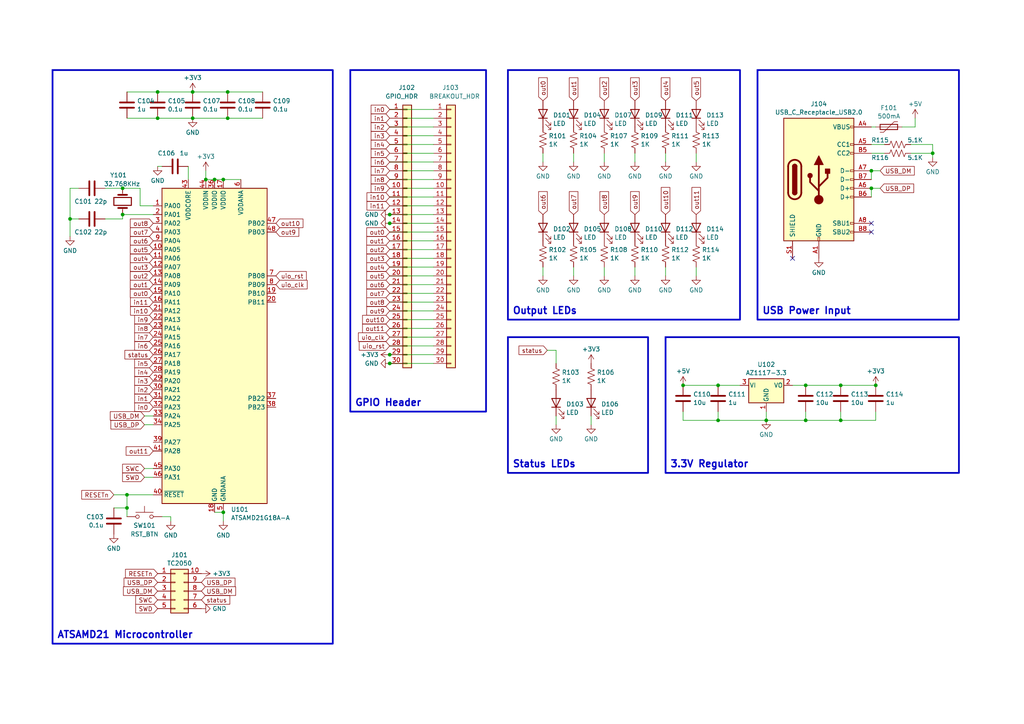
<source format=kicad_sch>
(kicad_sch (version 20230121) (generator eeschema)
  (paper "A4")
  (lib_symbols
    (symbol "Connector:USB_C_Receptacle_USB2.0" (pin_names (offset 1.016))
      (property "Reference" "J" (at -10.16 19.05 0))
      (property "Value" "USB_C_Receptacle_USB2.0" (at 19.05 19.05 0))
      (symbol "USB_C_Receptacle_USB2.0_1_1"
        (pin passive line (at 0 -22.86 90) (length 5.08) (name "GND") (number "A1"))
        (pin passive line (at 0 -22.86 90) (length 5.08) hide (name "GND") (number "A12"))
        (pin passive line (at 15.24 15.24 180) (length 5.08) (name "VBUS") (number "A4"))
        (pin bidirectional line (at 15.24 10.16 180) (length 5.08) (name "CC1") (number "A5"))
        (pin bidirectional line (at 15.24 -2.54 180) (length 5.08) (name "D+") (number "A6"))
        (pin bidirectional line (at 15.24 2.54 180) (length 5.08) (name "D-") (number "A7"))
        (pin bidirectional line (at 15.24 -12.7 180) (length 5.08) (name "SBU1") (number "A8"))
        (pin passive line (at 15.24 15.24 180) (length 5.08) hide (name "VBUS") (number "A9"))
        (pin passive line (at 0 -22.86 90) (length 5.08) hide (name "GND") (number "B1"))
        (pin passive line (at 0 -22.86 90) (length 5.08) hide (name "GND") (number "B12"))
        (pin passive line (at 15.24 15.24 180) (length 5.08) hide (name "VBUS") (number "B4"))
        (pin bidirectional line (at 15.24 7.62 180) (length 5.08) (name "CC2") (number "B5"))
        (pin bidirectional line (at 15.24 -5.08 180) (length 5.08) (name "D+") (number "B6"))
        (pin bidirectional line (at 15.24 0 180) (length 5.08) (name "D-") (number "B7"))
        (pin bidirectional line (at 15.24 -15.24 180) (length 5.08) (name "SBU2") (number "B8"))
        (pin passive line (at 15.24 15.24 180) (length 5.08) hide (name "VBUS") (number "B9"))
        (pin passive line (at -7.62 -22.86 90) (length 5.08) (name "SHIELD") (number "S1"))
      )
    )
    (symbol "Connector_Generic:Conn_01x30" (pin_names (offset 1.016) hide)
      (property "Reference" "J" (at 0 38.1 0))
      (property "Value" "Conn_01x30" (at 0 -40.64 0))
      (symbol "Conn_01x30_1_1"
        (pin passive line (at -5.08 35.56 0) (length 3.81) (name "Pin_1") (number "1"))
        (pin passive line (at -5.08 12.7 0) (length 3.81) (name "Pin_10") (number "10"))
        (pin passive line (at -5.08 10.16 0) (length 3.81) (name "Pin_11") (number "11"))
        (pin passive line (at -5.08 7.62 0) (length 3.81) (name "Pin_12") (number "12"))
        (pin passive line (at -5.08 5.08 0) (length 3.81) (name "Pin_13") (number "13"))
        (pin passive line (at -5.08 2.54 0) (length 3.81) (name "Pin_14") (number "14"))
        (pin passive line (at -5.08 0 0) (length 3.81) (name "Pin_15") (number "15"))
        (pin passive line (at -5.08 -2.54 0) (length 3.81) (name "Pin_16") (number "16"))
        (pin passive line (at -5.08 -5.08 0) (length 3.81) (name "Pin_17") (number "17"))
        (pin passive line (at -5.08 -7.62 0) (length 3.81) (name "Pin_18") (number "18"))
        (pin passive line (at -5.08 -10.16 0) (length 3.81) (name "Pin_19") (number "19"))
        (pin passive line (at -5.08 33.02 0) (length 3.81) (name "Pin_2") (number "2"))
        (pin passive line (at -5.08 -12.7 0) (length 3.81) (name "Pin_20") (number "20"))
        (pin passive line (at -5.08 -15.24 0) (length 3.81) (name "Pin_21") (number "21"))
        (pin passive line (at -5.08 -17.78 0) (length 3.81) (name "Pin_22") (number "22"))
        (pin passive line (at -5.08 -20.32 0) (length 3.81) (name "Pin_23") (number "23"))
        (pin passive line (at -5.08 -22.86 0) (length 3.81) (name "Pin_24") (number "24"))
        (pin passive line (at -5.08 -25.4 0) (length 3.81) (name "Pin_25") (number "25"))
        (pin passive line (at -5.08 -27.94 0) (length 3.81) (name "Pin_26") (number "26"))
        (pin passive line (at -5.08 -30.48 0) (length 3.81) (name "Pin_27") (number "27"))
        (pin passive line (at -5.08 -33.02 0) (length 3.81) (name "Pin_28") (number "28"))
        (pin passive line (at -5.08 -35.56 0) (length 3.81) (name "Pin_29") (number "29"))
        (pin passive line (at -5.08 30.48 0) (length 3.81) (name "Pin_3") (number "3"))
        (pin passive line (at -5.08 -38.1 0) (length 3.81) (name "Pin_30") (number "30"))
        (pin passive line (at -5.08 27.94 0) (length 3.81) (name "Pin_4") (number "4"))
        (pin passive line (at -5.08 25.4 0) (length 3.81) (name "Pin_5") (number "5"))
        (pin passive line (at -5.08 22.86 0) (length 3.81) (name "Pin_6") (number "6"))
        (pin passive line (at -5.08 20.32 0) (length 3.81) (name "Pin_7") (number "7"))
        (pin passive line (at -5.08 17.78 0) (length 3.81) (name "Pin_8") (number "8"))
        (pin passive line (at -5.08 15.24 0) (length 3.81) (name "Pin_9") (number "9"))
      )
    )
    (symbol "Connector_Generic:Conn_02x05_Counter_Clockwise" (pin_names (offset 1.016) hide)
      (property "Reference" "J" (at 1.27 7.62 0))
      (property "Value" "Conn_02x05_Counter_Clockwise" (at 1.27 -7.62 0))
      (symbol "Conn_02x05_Counter_Clockwise_1_1"
        (pin passive line (at -5.08 5.08 0) (length 3.81) (name "Pin_1") (number "1"))
        (pin passive line (at 7.62 5.08 180) (length 3.81) (name "Pin_10") (number "10"))
        (pin passive line (at -5.08 2.54 0) (length 3.81) (name "Pin_2") (number "2"))
        (pin passive line (at -5.08 0 0) (length 3.81) (name "Pin_3") (number "3"))
        (pin passive line (at -5.08 -2.54 0) (length 3.81) (name "Pin_4") (number "4"))
        (pin passive line (at -5.08 -5.08 0) (length 3.81) (name "Pin_5") (number "5"))
        (pin passive line (at 7.62 -5.08 180) (length 3.81) (name "Pin_6") (number "6"))
        (pin passive line (at 7.62 -2.54 180) (length 3.81) (name "Pin_7") (number "7"))
        (pin passive line (at 7.62 0 180) (length 3.81) (name "Pin_8") (number "8"))
        (pin passive line (at 7.62 2.54 180) (length 3.81) (name "Pin_9") (number "9"))
      )
    )
    (symbol "Device:C" (pin_numbers hide) (pin_names (offset 0.254))
      (property "Reference" "C" (at 0.635 2.54 0))
      (property "Value" "C" (at 0.635 -2.54 0))
      (symbol "C_1_1"
        (pin passive line (at 0 3.81 270) (length 2.794) (name "~") (number "1"))
        (pin passive line (at 0 -3.81 90) (length 2.794) (name "~") (number "2"))
      )
    )
    (symbol "Device:Crystal" (pin_numbers hide) (pin_names (offset 1.016) hide)
      (property "Reference" "Y" (at 0 3.81 0))
      (property "Value" "Crystal" (at 0 -3.81 0))
      (symbol "Crystal_1_1"
        (pin passive line (at -3.81 0 0) (length 1.27) (name "1") (number "1"))
        (pin passive line (at 3.81 0 180) (length 1.27) (name "2") (number "2"))
      )
    )
    (symbol "Device:LED" (pin_numbers hide) (pin_names (offset 1.016) hide)
      (property "Reference" "D" (at 0 2.54 0))
      (property "Value" "LED" (at 0 -2.54 0))
      (symbol "LED_1_1"
        (pin passive line (at -3.81 0 0) (length 2.54) (name "K") (number "1"))
        (pin passive line (at 3.81 0 180) (length 2.54) (name "A") (number "2"))
      )
    )
    (symbol "Device:Polyfuse" (pin_numbers hide) (pin_names (offset 0))
      (property "Reference" "F" (at -2.54 0 90))
      (property "Value" "Polyfuse" (at 2.54 0 90))
      (symbol "Polyfuse_1_1"
        (pin passive line (at 0 3.81 270) (length 1.27) (name "~") (number "1"))
        (pin passive line (at 0 -3.81 90) (length 1.27) (name "~") (number "2"))
      )
    )
    (symbol "Device:R_US" (pin_numbers hide) (pin_names (offset 0))
      (property "Reference" "R" (at 2.54 0 90))
      (property "Value" "R_US" (at -2.54 0 90))
      (symbol "R_US_1_1"
        (pin passive line (at 0 3.81 270) (length 1.27) (name "~") (number "1"))
        (pin passive line (at 0 -3.81 90) (length 1.27) (name "~") (number "2"))
      )
    )
    (symbol "MCU_Microchip_SAMD:ATSAMD21G18A-A"
      (property "Reference" "U" (at -13.97 46.99 0))
      (property "Value" "ATSAMD21G18A-A" (at 16.51 46.99 0))
      (symbol "ATSAMD21G18A-A_1_1"
        (pin bidirectional line (at -17.78 40.64 0) (length 2.54) (name "PA00") (number "1"))
        (pin bidirectional line (at -17.78 27.94 0) (length 2.54) (name "PA05") (number "10"))
        (pin bidirectional line (at -17.78 25.4 0) (length 2.54) (name "PA06") (number "11"))
        (pin bidirectional line (at -17.78 22.86 0) (length 2.54) (name "PA07") (number "12"))
        (pin bidirectional line (at -17.78 20.32 0) (length 2.54) (name "PA08") (number "13"))
        (pin bidirectional line (at -17.78 17.78 0) (length 2.54) (name "PA09") (number "14"))
        (pin bidirectional line (at -17.78 15.24 0) (length 2.54) (name "PA10") (number "15"))
        (pin bidirectional line (at -17.78 12.7 0) (length 2.54) (name "PA11") (number "16"))
        (pin power_in line (at 2.54 48.26 270) (length 2.54) (name "VDDIO") (number "17"))
        (pin power_in line (at 0 -48.26 90) (length 2.54) (name "GND") (number "18"))
        (pin bidirectional line (at 17.78 15.24 180) (length 2.54) (name "PB10") (number "19"))
        (pin bidirectional line (at -17.78 38.1 0) (length 2.54) (name "PA01") (number "2"))
        (pin bidirectional line (at 17.78 12.7 180) (length 2.54) (name "PB11") (number "20"))
        (pin bidirectional line (at -17.78 10.16 0) (length 2.54) (name "PA12") (number "21"))
        (pin bidirectional line (at -17.78 7.62 0) (length 2.54) (name "PA13") (number "22"))
        (pin bidirectional line (at -17.78 5.08 0) (length 2.54) (name "PA14") (number "23"))
        (pin bidirectional line (at -17.78 2.54 0) (length 2.54) (name "PA15") (number "24"))
        (pin bidirectional line (at -17.78 0 0) (length 2.54) (name "PA16") (number "25"))
        (pin bidirectional line (at -17.78 -2.54 0) (length 2.54) (name "PA17") (number "26"))
        (pin bidirectional line (at -17.78 -5.08 0) (length 2.54) (name "PA18") (number "27"))
        (pin bidirectional line (at -17.78 -7.62 0) (length 2.54) (name "PA19") (number "28"))
        (pin bidirectional line (at -17.78 -10.16 0) (length 2.54) (name "PA20") (number "29"))
        (pin bidirectional line (at -17.78 35.56 0) (length 2.54) (name "PA02") (number "3"))
        (pin bidirectional line (at -17.78 -12.7 0) (length 2.54) (name "PA21") (number "30"))
        (pin bidirectional line (at -17.78 -15.24 0) (length 2.54) (name "PA22") (number "31"))
        (pin bidirectional line (at -17.78 -17.78 0) (length 2.54) (name "PA23") (number "32"))
        (pin bidirectional line (at -17.78 -20.32 0) (length 2.54) (name "PA24") (number "33"))
        (pin bidirectional line (at -17.78 -22.86 0) (length 2.54) (name "PA25") (number "34"))
        (pin passive line (at 0 -48.26 90) (length 2.54) hide (name "GND") (number "35"))
        (pin power_in line (at 0 48.26 270) (length 2.54) (name "VDDIO") (number "36"))
        (pin bidirectional line (at 17.78 -15.24 180) (length 2.54) (name "PB22") (number "37"))
        (pin bidirectional line (at 17.78 -17.78 180) (length 2.54) (name "PB23") (number "38"))
        (pin bidirectional line (at -17.78 -27.94 0) (length 2.54) (name "PA27") (number "39"))
        (pin bidirectional line (at -17.78 33.02 0) (length 2.54) (name "PA03") (number "4"))
        (pin input line (at -17.78 -43.18 0) (length 2.54) (name "~{RESET}") (number "40"))
        (pin bidirectional line (at -17.78 -30.48 0) (length 2.54) (name "PA28") (number "41"))
        (pin passive line (at 0 -48.26 90) (length 2.54) hide (name "GND") (number "42"))
        (pin power_out line (at -7.62 48.26 270) (length 2.54) (name "VDDCORE") (number "43"))
        (pin power_in line (at -2.54 48.26 270) (length 2.54) (name "VDDIN") (number "44"))
        (pin bidirectional line (at -17.78 -35.56 0) (length 2.54) (name "PA30") (number "45"))
        (pin bidirectional line (at -17.78 -38.1 0) (length 2.54) (name "PA31") (number "46"))
        (pin bidirectional line (at 17.78 35.56 180) (length 2.54) (name "PB02") (number "47"))
        (pin bidirectional line (at 17.78 33.02 180) (length 2.54) (name "PB03") (number "48"))
        (pin power_in line (at 2.54 -48.26 90) (length 2.54) (name "GNDANA") (number "5"))
        (pin power_in line (at 7.62 48.26 270) (length 2.54) (name "VDDANA") (number "6"))
        (pin bidirectional line (at 17.78 20.32 180) (length 2.54) (name "PB08") (number "7"))
        (pin bidirectional line (at 17.78 17.78 180) (length 2.54) (name "PB09") (number "8"))
        (pin bidirectional line (at -17.78 30.48 0) (length 2.54) (name "PA04") (number "9"))
      )
    )
    (symbol "Regulator_Linear:AZ1117-3.3" (pin_names (offset 0.254))
      (property "Reference" "U" (at -3.81 3.175 0))
      (property "Value" "AZ1117-3.3" (at 0 3.175 0))
      (symbol "AZ1117-3.3_1_1"
        (pin power_in line (at 0 -7.62 90) (length 2.54) (name "GND") (number "1"))
        (pin power_out line (at 7.62 0 180) (length 2.54) (name "VO") (number "2"))
        (pin power_in line (at -7.62 0 0) (length 2.54) (name "VI") (number "3"))
      )
    )
    (symbol "Switch:SW_Push" (pin_numbers hide) (pin_names (offset 1.016) hide)
      (property "Reference" "SW" (at 1.27 2.54 0))
      (property "Value" "SW_Push" (at 0 -1.524 0))
      (symbol "SW_Push_0_1"
        (pin passive line (at -5.08 0 0) (length 2.54) (name "1") (number "1"))
        (pin passive line (at 5.08 0 180) (length 2.54) (name "2") (number "2"))
      )
    )
    (symbol "power:+3V3" (power) (pin_names (offset 0))
      (property "Value" "+3V3" (at 0 3.556 0))
      (symbol "+3V3_1_1"
        (pin power_in line (at 0 0 90) (length 0) hide (name "+3V3") (number "1"))
      )
    )
    (symbol "power:+5V" (power) (pin_names (offset 0))
      (property "Value" "+5V" (at 0 3.556 0))
      (symbol "+5V_1_1"
        (pin power_in line (at 0 0 90) (length 0) hide (name "+5V") (number "1"))
      )
    )
    (symbol "power:GND" (power) (pin_names (offset 0))
      (property "Value" "GND" (at 0 -3.81 0))
      (symbol "GND_1_1"
        (pin power_in line (at 0 0 270) (length 0) hide (name "GND") (number "1"))
      )
    )
  )
  (junction (at 243.84 121.92))
  (junction (at 35.56 62.23))
  (junction (at 113.03 62.23))
  (junction (at 233.68 121.92))
  (junction (at 113.03 102.87))
  (junction (at 254 111.76))
  (junction (at 66.04 34.29))
  (junction (at 59.69 52.07))
  (junction (at 252.73 49.53))
  (junction (at 113.03 105.41))
  (junction (at 45.72 26.67))
  (junction (at 45.72 34.29))
  (junction (at 198.12 111.76))
  (junction (at 36.83 147.32))
  (junction (at 270.51 44.45))
  (junction (at 113.03 64.77))
  (junction (at 243.84 111.76))
  (junction (at 66.04 26.67))
  (junction (at 36.83 143.51))
  (junction (at 64.77 148.59))
  (junction (at 233.68 111.76))
  (junction (at 55.88 34.29))
  (junction (at 252.73 54.61))
  (junction (at 208.28 111.76))
  (junction (at 20.32 63.5))
  (junction (at 35.56 54.61))
  (junction (at 222.25 121.92))
  (junction (at 55.88 26.67))
  (junction (at 64.77 52.07))
  (junction (at 208.28 121.92))
  (junction (at 62.23 52.07))
  (no_connect (at 252.73 64.77))
  (no_connect (at 229.87 74.93))
  (no_connect (at 252.73 67.31))
  (wire (pts (xy 208.28 119.38) (xy 208.28 121.92)))
  (wire (pts (xy 264.16 41.91) (xy 270.51 41.91)))
  (wire (pts (xy 201.93 44.45) (xy 201.93 46.99)))
  (wire (pts (xy 66.04 26.67) (xy 76.2 26.67)))
  (wire (pts (xy 175.26 44.45) (xy 175.26 46.99)))
  (wire (pts (xy 233.68 121.92) (xy 243.84 121.92)))
  (wire (pts (xy 41.91 123.19) (xy 44.45 123.19)))
  (wire (pts (xy 30.48 54.61) (xy 35.56 54.61)))
  (wire (pts (xy 252.73 49.53) (xy 255.27 49.53)))
  (wire (pts (xy 20.32 63.5) (xy 20.32 68.58)))
  (wire (pts (xy 35.56 63.5) (xy 30.48 63.5)))
  (wire (pts (xy 113.03 77.47) (xy 125.73 77.47)))
  (wire (pts (xy 252.73 36.83) (xy 254 36.83)))
  (wire (pts (xy 193.04 44.45) (xy 193.04 46.99)))
  (wire (pts (xy 54.61 48.26) (xy 54.61 52.07)))
  (wire (pts (xy 175.26 77.47) (xy 175.26 80.01)))
  (wire (pts (xy 222.25 121.92) (xy 233.68 121.92)))
  (wire (pts (xy 229.87 111.76) (xy 233.68 111.76)))
  (wire (pts (xy 35.56 62.23) (xy 35.56 63.5)))
  (wire (pts (xy 113.03 46.99) (xy 125.73 46.99)))
  (wire (pts (xy 113.03 95.25) (xy 125.73 95.25)))
  (wire (pts (xy 35.56 62.23) (xy 44.45 62.23)))
  (wire (pts (xy 166.37 44.45) (xy 166.37 46.99)))
  (wire (pts (xy 36.83 147.32) (xy 36.83 149.86)))
  (wire (pts (xy 252.73 41.91) (xy 256.54 41.91)))
  (wire (pts (xy 64.77 52.07) (xy 69.85 52.07)))
  (wire (pts (xy 44.45 59.69) (xy 40.64 59.69)))
  (wire (pts (xy 45.72 48.26) (xy 46.99 48.26)))
  (wire (pts (xy 252.73 49.53) (xy 252.73 52.07)))
  (wire (pts (xy 113.03 54.61) (xy 125.73 54.61)))
  (wire (pts (xy 113.03 52.07) (xy 125.73 52.07)))
  (wire (pts (xy 113.03 92.71) (xy 125.73 92.71)))
  (wire (pts (xy 113.03 57.15) (xy 125.73 57.15)))
  (wire (pts (xy 33.02 147.32) (xy 36.83 147.32)))
  (wire (pts (xy 41.91 135.89) (xy 44.45 135.89)))
  (wire (pts (xy 113.03 90.17) (xy 125.73 90.17)))
  (wire (pts (xy 113.03 80.01) (xy 125.73 80.01)))
  (wire (pts (xy 113.03 74.93) (xy 125.73 74.93)))
  (wire (pts (xy 208.28 111.76) (xy 214.63 111.76)))
  (wire (pts (xy 208.28 121.92) (xy 222.25 121.92)))
  (wire (pts (xy 166.37 77.47) (xy 166.37 80.01)))
  (wire (pts (xy 45.72 26.67) (xy 55.88 26.67)))
  (wire (pts (xy 193.04 77.47) (xy 193.04 80.01)))
  (wire (pts (xy 41.91 120.65) (xy 44.45 120.65)))
  (wire (pts (xy 36.83 143.51) (xy 36.83 147.32)))
  (wire (pts (xy 113.03 100.33) (xy 125.73 100.33)))
  (wire (pts (xy 62.23 52.07) (xy 64.77 52.07)))
  (wire (pts (xy 113.03 82.55) (xy 125.73 82.55)))
  (wire (pts (xy 270.51 44.45) (xy 270.51 45.72)))
  (wire (pts (xy 113.03 69.85) (xy 125.73 69.85)))
  (wire (pts (xy 59.69 52.07) (xy 62.23 52.07)))
  (wire (pts (xy 113.03 59.69) (xy 125.73 59.69)))
  (wire (pts (xy 33.02 143.51) (xy 36.83 143.51)))
  (wire (pts (xy 113.03 36.83) (xy 125.73 36.83)))
  (wire (pts (xy 171.45 120.65) (xy 171.45 123.19)))
  (wire (pts (xy 45.72 34.29) (xy 55.88 34.29)))
  (wire (pts (xy 158.75 101.6) (xy 161.29 101.6)))
  (wire (pts (xy 59.69 49.53) (xy 59.69 52.07)))
  (wire (pts (xy 113.03 62.23) (xy 125.73 62.23)))
  (wire (pts (xy 40.64 54.61) (xy 35.56 54.61)))
  (wire (pts (xy 41.91 138.43) (xy 44.45 138.43)))
  (wire (pts (xy 113.03 67.31) (xy 125.73 67.31)))
  (wire (pts (xy 222.25 121.92) (xy 222.25 119.38)))
  (wire (pts (xy 22.86 54.61) (xy 20.32 54.61)))
  (wire (pts (xy 46.99 149.86) (xy 49.53 149.86)))
  (wire (pts (xy 157.48 44.45) (xy 157.48 46.99)))
  (wire (pts (xy 113.03 31.75) (xy 125.73 31.75)))
  (wire (pts (xy 113.03 64.77) (xy 125.73 64.77)))
  (wire (pts (xy 55.88 34.29) (xy 66.04 34.29)))
  (wire (pts (xy 113.03 85.09) (xy 125.73 85.09)))
  (wire (pts (xy 49.53 149.86) (xy 49.53 151.13)))
  (wire (pts (xy 198.12 119.38) (xy 198.12 121.92)))
  (wire (pts (xy 113.03 87.63) (xy 125.73 87.63)))
  (wire (pts (xy 55.88 26.67) (xy 66.04 26.67)))
  (wire (pts (xy 198.12 111.76) (xy 208.28 111.76)))
  (wire (pts (xy 252.73 54.61) (xy 255.27 54.61)))
  (wire (pts (xy 62.23 148.59) (xy 64.77 148.59)))
  (wire (pts (xy 161.29 101.6) (xy 161.29 105.41)))
  (wire (pts (xy 261.62 36.83) (xy 265.43 36.83)))
  (wire (pts (xy 254 121.92) (xy 254 119.38)))
  (wire (pts (xy 113.03 44.45) (xy 125.73 44.45)))
  (wire (pts (xy 233.68 119.38) (xy 233.68 121.92)))
  (wire (pts (xy 161.29 120.65) (xy 161.29 123.19)))
  (wire (pts (xy 198.12 121.92) (xy 208.28 121.92)))
  (wire (pts (xy 243.84 111.76) (xy 254 111.76)))
  (wire (pts (xy 233.68 111.76) (xy 243.84 111.76)))
  (wire (pts (xy 252.73 44.45) (xy 256.54 44.45)))
  (wire (pts (xy 113.03 49.53) (xy 125.73 49.53)))
  (wire (pts (xy 184.15 44.45) (xy 184.15 46.99)))
  (wire (pts (xy 36.83 34.29) (xy 45.72 34.29)))
  (wire (pts (xy 20.32 54.61) (xy 20.32 63.5)))
  (wire (pts (xy 264.16 44.45) (xy 270.51 44.45)))
  (wire (pts (xy 201.93 77.47) (xy 201.93 80.01)))
  (wire (pts (xy 113.03 102.87) (xy 125.73 102.87)))
  (wire (pts (xy 265.43 34.29) (xy 265.43 36.83)))
  (wire (pts (xy 113.03 72.39) (xy 125.73 72.39)))
  (wire (pts (xy 243.84 121.92) (xy 254 121.92)))
  (wire (pts (xy 40.64 59.69) (xy 40.64 54.61)))
  (wire (pts (xy 113.03 105.41) (xy 125.73 105.41)))
  (wire (pts (xy 184.15 77.47) (xy 184.15 80.01)))
  (wire (pts (xy 36.83 26.67) (xy 45.72 26.67)))
  (wire (pts (xy 66.04 34.29) (xy 76.2 34.29)))
  (wire (pts (xy 64.77 148.59) (xy 64.77 151.13)))
  (wire (pts (xy 113.03 39.37) (xy 125.73 39.37)))
  (wire (pts (xy 243.84 121.92) (xy 243.84 119.38)))
  (wire (pts (xy 36.83 143.51) (xy 44.45 143.51)))
  (wire (pts (xy 113.03 41.91) (xy 125.73 41.91)))
  (wire (pts (xy 113.03 34.29) (xy 125.73 34.29)))
  (wire (pts (xy 157.48 77.47) (xy 157.48 80.01)))
  (wire (pts (xy 270.51 41.91) (xy 270.51 44.45)))
  (wire (pts (xy 20.32 63.5) (xy 22.86 63.5)))
  (wire (pts (xy 113.03 97.79) (xy 125.73 97.79)))
  (wire (pts (xy 252.73 54.61) (xy 252.73 57.15)))
  (rectangle (start 101.6 20.32) (end 140.97 119.38) (stroke (width 0.5)))
  (rectangle (start 193.04 97.79) (end 278.13 137.16) (stroke (width 0.5)))
  (rectangle (start 147.32 20.32) (end 214.63 92.71) (stroke (width 0.5)))
  (rectangle (start 15.24 20.32) (end 96.52 186.69) (stroke (width 0.5)))
  (rectangle (start 147.32 97.79) (end 187.96 137.16) (stroke (width 0.5)))
  (rectangle (start 219.71 20.32) (end 278.13 92.71) (stroke (width 0.5)))
  (text "3.3V Regulator" (at 194.31 135.89 0) (effects (font (size 2 2) (thickness 0.4) bold) (justify left bottom)))
  (text "Status LEDs" (at 148.59 135.89 0) (effects (font (size 2 2) (thickness 0.4) bold) (justify left bottom)))
  (text "Output LEDs" (at 148.59 91.44 0) (effects (font (size 2 2) (thickness 0.4) bold) (justify left bottom)))
  (text "USB Power Input" (at 220.98 91.44 0) (effects (font (size 2 2) (thickness 0.4) bold) (justify left bottom)))
  (text "ATSAMD21 Microcontroller" (at 16.51 185.42 0) (effects (font (size 2 2) (thickness 0.4) bold) (justify left bottom)))
  (text "GPIO Header" (at 102.87 118.11 0) (effects (font (size 2 2) (thickness 0.4) bold) (justify left bottom)))
  (global_label "in2" (shape input) (at 44.45 113.03 180) (property "Intersheetrefs" "${INTERSHEET_REFS}" (effects hide)))
  (global_label "status" (shape input) (at 158.75 101.6 180) (property "Intersheetrefs" "${INTERSHEET_REFS}" (effects hide)))
  (global_label "out11" (shape input) (at 113.03 95.25 180) (property "Intersheetrefs" "${INTERSHEET_REFS}" (effects hide)))
  (global_label "out10" (shape input) (at 193.04 62.23 90) (property "Intersheetrefs" "${INTERSHEET_REFS}" (effects hide)))
  (global_label "out3" (shape input) (at 184.15 29.21 90) (property "Intersheetrefs" "${INTERSHEET_REFS}" (effects hide)))
  (global_label "out0" (shape input) (at 44.45 85.09 180) (property "Intersheetrefs" "${INTERSHEET_REFS}" (effects hide)))
  (global_label "in6" (shape input) (at 44.45 100.33 180) (property "Intersheetrefs" "${INTERSHEET_REFS}" (effects hide)))
  (global_label "uio_rst" (shape input) (at 80.01 80.01 0) (property "Intersheetrefs" "${INTERSHEET_REFS}" (effects hide)))
  (global_label "SWD" (shape input) (at 41.91 138.43 180) (property "Intersheetrefs" "${INTERSHEET_REFS}" (effects hide)))
  (global_label "in11" (shape input) (at 113.03 59.69 180) (property "Intersheetrefs" "${INTERSHEET_REFS}" (effects hide)))
  (global_label "in0" (shape input) (at 113.03 31.75 180) (property "Intersheetrefs" "${INTERSHEET_REFS}" (effects hide)))
  (global_label "status" (shape input) (at 58.42 173.99 0) (property "Intersheetrefs" "${INTERSHEET_REFS}" (effects hide)))
  (global_label "out4" (shape input) (at 113.03 77.47 180) (property "Intersheetrefs" "${INTERSHEET_REFS}" (effects hide)))
  (global_label "in2" (shape input) (at 113.03 36.83 180) (property "Intersheetrefs" "${INTERSHEET_REFS}" (effects hide)))
  (global_label "in0" (shape input) (at 44.45 118.11 180) (property "Intersheetrefs" "${INTERSHEET_REFS}" (effects hide)))
  (global_label "out5" (shape input) (at 44.45 72.39 180) (property "Intersheetrefs" "${INTERSHEET_REFS}" (effects hide)))
  (global_label "in5" (shape input) (at 113.03 44.45 180) (property "Intersheetrefs" "${INTERSHEET_REFS}" (effects hide)))
  (global_label "out1" (shape input) (at 113.03 69.85 180) (property "Intersheetrefs" "${INTERSHEET_REFS}" (effects hide)))
  (global_label "out1" (shape input) (at 44.45 82.55 180) (property "Intersheetrefs" "${INTERSHEET_REFS}" (effects hide)))
  (global_label "out11" (shape input) (at 201.93 62.23 90) (property "Intersheetrefs" "${INTERSHEET_REFS}" (effects hide)))
  (global_label "USB_DM" (shape input) (at 255.27 49.53 0) (property "Intersheetrefs" "${INTERSHEET_REFS}" (effects hide)))
  (global_label "SWD" (shape input) (at 45.72 176.53 180) (property "Intersheetrefs" "${INTERSHEET_REFS}" (effects hide)))
  (global_label "out8" (shape input) (at 175.26 62.23 90) (property "Intersheetrefs" "${INTERSHEET_REFS}" (effects hide)))
  (global_label "in3" (shape input) (at 44.45 110.49 180) (property "Intersheetrefs" "${INTERSHEET_REFS}" (effects hide)))
  (global_label "in4" (shape input) (at 113.03 41.91 180) (property "Intersheetrefs" "${INTERSHEET_REFS}" (effects hide)))
  (global_label "out6" (shape input) (at 113.03 82.55 180) (property "Intersheetrefs" "${INTERSHEET_REFS}" (effects hide)))
  (global_label "out5" (shape input) (at 113.03 80.01 180) (property "Intersheetrefs" "${INTERSHEET_REFS}" (effects hide)))
  (global_label "out4" (shape input) (at 44.45 74.93 180) (property "Intersheetrefs" "${INTERSHEET_REFS}" (effects hide)))
  (global_label "status" (shape input) (at 44.45 102.87 180) (property "Intersheetrefs" "${INTERSHEET_REFS}" (effects hide)))
  (global_label "SWC" (shape input) (at 41.91 135.89 180) (property "Intersheetrefs" "${INTERSHEET_REFS}" (effects hide)))
  (global_label "out0" (shape input) (at 157.48 29.21 90) (property "Intersheetrefs" "${INTERSHEET_REFS}" (effects hide)))
  (global_label "USB_DP" (shape input) (at 41.91 123.19 180) (property "Intersheetrefs" "${INTERSHEET_REFS}" (effects hide)))
  (global_label "in8" (shape input) (at 113.03 52.07 180) (property "Intersheetrefs" "${INTERSHEET_REFS}" (effects hide)))
  (global_label "in10" (shape input) (at 113.03 57.15 180) (property "Intersheetrefs" "${INTERSHEET_REFS}" (effects hide)))
  (global_label "out10" (shape input) (at 80.01 64.77 0) (property "Intersheetrefs" "${INTERSHEET_REFS}" (effects hide)))
  (global_label "uio_rst" (shape input) (at 113.03 100.33 180) (property "Intersheetrefs" "${INTERSHEET_REFS}" (effects hide)))
  (global_label "RESETn" (shape input) (at 45.72 166.37 180) (property "Intersheetrefs" "${INTERSHEET_REFS}" (effects hide)))
  (global_label "in1" (shape input) (at 44.45 115.57 180) (property "Intersheetrefs" "${INTERSHEET_REFS}" (effects hide)))
  (global_label "out1" (shape input) (at 166.37 29.21 90) (property "Intersheetrefs" "${INTERSHEET_REFS}" (effects hide)))
  (global_label "out3" (shape input) (at 44.45 77.47 180) (property "Intersheetrefs" "${INTERSHEET_REFS}" (effects hide)))
  (global_label "out8" (shape input) (at 44.45 64.77 180) (property "Intersheetrefs" "${INTERSHEET_REFS}" (effects hide)))
  (global_label "out9" (shape input) (at 80.01 67.31 0) (property "Intersheetrefs" "${INTERSHEET_REFS}" (effects hide)))
  (global_label "out0" (shape input) (at 113.03 67.31 180) (property "Intersheetrefs" "${INTERSHEET_REFS}" (effects hide)))
  (global_label "out5" (shape input) (at 201.93 29.21 90) (property "Intersheetrefs" "${INTERSHEET_REFS}" (effects hide)))
  (global_label "in8" (shape input) (at 44.45 95.25 180) (property "Intersheetrefs" "${INTERSHEET_REFS}" (effects hide)))
  (global_label "uio_clk" (shape input) (at 80.01 82.55 0) (property "Intersheetrefs" "${INTERSHEET_REFS}" (effects hide)))
  (global_label "out8" (shape input) (at 113.03 87.63 180) (property "Intersheetrefs" "${INTERSHEET_REFS}" (effects hide)))
  (global_label "out7" (shape input) (at 113.03 85.09 180) (property "Intersheetrefs" "${INTERSHEET_REFS}" (effects hide)))
  (global_label "out9" (shape input) (at 184.15 62.23 90) (property "Intersheetrefs" "${INTERSHEET_REFS}" (effects hide)))
  (global_label "out3" (shape input) (at 113.03 74.93 180) (property "Intersheetrefs" "${INTERSHEET_REFS}" (effects hide)))
  (global_label "in1" (shape input) (at 113.03 34.29 180) (property "Intersheetrefs" "${INTERSHEET_REFS}" (effects hide)))
  (global_label "out10" (shape input) (at 113.03 92.71 180) (property "Intersheetrefs" "${INTERSHEET_REFS}" (effects hide)))
  (global_label "USB_DP" (shape input) (at 255.27 54.61 0) (property "Intersheetrefs" "${INTERSHEET_REFS}" (effects hide)))
  (global_label "USB_DP" (shape input) (at 58.42 168.91 0) (property "Intersheetrefs" "${INTERSHEET_REFS}" (effects hide)))
  (global_label "out6" (shape input) (at 44.45 69.85 180) (property "Intersheetrefs" "${INTERSHEET_REFS}" (effects hide)))
  (global_label "USB_DM" (shape input) (at 41.91 120.65 180) (property "Intersheetrefs" "${INTERSHEET_REFS}" (effects hide)))
  (global_label "out6" (shape input) (at 157.48 62.23 90) (property "Intersheetrefs" "${INTERSHEET_REFS}" (effects hide)))
  (global_label "out2" (shape input) (at 113.03 72.39 180) (property "Intersheetrefs" "${INTERSHEET_REFS}" (effects hide)))
  (global_label "USB_DM" (shape input) (at 58.42 171.45 0) (property "Intersheetrefs" "${INTERSHEET_REFS}" (effects hide)))
  (global_label "out4" (shape input) (at 193.04 29.21 90) (property "Intersheetrefs" "${INTERSHEET_REFS}" (effects hide)))
  (global_label "uio_clk" (shape input) (at 113.03 97.79 180) (property "Intersheetrefs" "${INTERSHEET_REFS}" (effects hide)))
  (global_label "in6" (shape input) (at 113.03 46.99 180) (property "Intersheetrefs" "${INTERSHEET_REFS}" (effects hide)))
  (global_label "out7" (shape input) (at 166.37 62.23 90) (property "Intersheetrefs" "${INTERSHEET_REFS}" (effects hide)))
  (global_label "out7" (shape input) (at 44.45 67.31 180) (property "Intersheetrefs" "${INTERSHEET_REFS}" (effects hide)))
  (global_label "in3" (shape input) (at 113.03 39.37 180) (property "Intersheetrefs" "${INTERSHEET_REFS}" (effects hide)))
  (global_label "in5" (shape input) (at 44.45 105.41 180) (property "Intersheetrefs" "${INTERSHEET_REFS}" (effects hide)))
  (global_label "in7" (shape input) (at 113.03 49.53 180) (property "Intersheetrefs" "${INTERSHEET_REFS}" (effects hide)))
  (global_label "in9" (shape input) (at 44.45 92.71 180) (property "Intersheetrefs" "${INTERSHEET_REFS}" (effects hide)))
  (global_label "in9" (shape input) (at 113.03 54.61 180) (property "Intersheetrefs" "${INTERSHEET_REFS}" (effects hide)))
  (global_label "SWC" (shape input) (at 45.72 173.99 180) (property "Intersheetrefs" "${INTERSHEET_REFS}" (effects hide)))
  (global_label "RESETn" (shape input) (at 33.02 143.51 180) (property "Intersheetrefs" "${INTERSHEET_REFS}" (effects hide)))
  (global_label "out2" (shape input) (at 175.26 29.21 90) (property "Intersheetrefs" "${INTERSHEET_REFS}" (effects hide)))
  (global_label "USB_DP" (shape input) (at 45.72 168.91 180) (property "Intersheetrefs" "${INTERSHEET_REFS}" (effects hide)))
  (global_label "out11" (shape input) (at 44.45 130.81 180) (property "Intersheetrefs" "${INTERSHEET_REFS}" (effects hide)))
  (global_label "in7" (shape input) (at 44.45 97.79 180) (property "Intersheetrefs" "${INTERSHEET_REFS}" (effects hide)))
  (global_label "out2" (shape input) (at 44.45 80.01 180) (property "Intersheetrefs" "${INTERSHEET_REFS}" (effects hide)))
  (global_label "in4" (shape input) (at 44.45 107.95 180) (property "Intersheetrefs" "${INTERSHEET_REFS}" (effects hide)))
  (global_label "in10" (shape input) (at 44.45 90.17 180) (property "Intersheetrefs" "${INTERSHEET_REFS}" (effects hide)))
  (global_label "USB_DM" (shape input) (at 45.72 171.45 180) (property "Intersheetrefs" "${INTERSHEET_REFS}" (effects hide)))
  (global_label "out9" (shape input) (at 113.03 90.17 180) (property "Intersheetrefs" "${INTERSHEET_REFS}" (effects hide)))
  (global_label "in11" (shape input) (at 44.45 87.63 180) (property "Intersheetrefs" "${INTERSHEET_REFS}" (effects hide)))
  (symbol (lib_id "power:GND") (at 201.93 46.99 0) (mirror y) (unit 1)
    (property "Reference" "#PWR0129" (effects hide))
    (property "Value" "GND" (at 201.93 51.1231 0))
  )
  (symbol (lib_id "Device:R_US") (at 157.48 73.66 0) (unit 1)
    (property "Reference" "R102" (at 159.131 72.4479 0) (effects (justify left)))
    (property "Value" "1K" (at 159.131 74.8721 0) (effects (justify left)))
    (property "Footprint" "Resistor_SMD:R_0805_2012Metric" (effects hide))
    (property "LCSC" "C17513" (effects hide))
  )
  (symbol (lib_id "power:GND") (at 166.37 46.99 0) (mirror y) (unit 1)
    (property "Reference" "#PWR0118" (effects hide))
    (property "Value" "GND" (at 166.37 51.1231 0))
  )
  (symbol (lib_id "Regulator_Linear:AZ1117-3.3") (at 222.25 111.76 0) (unit 1)
    (property "Reference" "U102" (at 222.25 105.7107 0))
    (property "Value" "AZ1117-3.3" (at 222.25 108.1349 0))
    (property "Footprint" "Package_TO_SOT_SMD:SOT-223-3_TabPin2" (effects hide))
    (property "Datasheet" "https://www.diodes.com/assets/Datasheets/AZ1117.pdf" (effects hide))
    (property "LCSC" "C92102" (effects hide))
  )
  (symbol (lib_id "Connector:USB_C_Receptacle_USB2.0") (at 237.49 52.07 0) (unit 1)
    (property "Reference" "J104" (at 237.49 30.1457 0))
    (property "Value" "USB_C_Receptacle_USB2.0" (at 237.49 32.5699 0))
    (property "Footprint" "Connector_USB:USB_C_Receptacle_HRO_TYPE-C-31-M-12" (effects hide))
    (property "Datasheet" "https://www.usb.org/sites/default/files/documents/usb_type-c.zip" (effects hide))
    (property "LCSC" "C165948" (effects hide))
  )
  (symbol (lib_id "power:GND") (at 270.51 45.72 0) (unit 1)
    (property "Reference" "#PWR0135" (effects hide))
    (property "Value" "GND" (at 270.51 49.8531 0))
  )
  (symbol (lib_id "Device:R_US") (at 175.26 73.66 0) (unit 1)
    (property "Reference" "R108" (at 176.911 72.4479 0) (effects (justify left)))
    (property "Value" "1K" (at 176.911 74.8721 0) (effects (justify left)))
    (property "Footprint" "Resistor_SMD:R_0805_2012Metric" (effects hide))
    (property "LCSC" "C17513" (effects hide))
  )
  (symbol (lib_id "power:GND") (at 58.42 176.53 90) (unit 1)
    (property "Reference" "#PWR0108" (effects hide))
    (property "Value" "GND" (at 61.595 176.53 90) (effects (justify right)))
  )
  (symbol (lib_id "Device:C") (at 55.88 30.48 0) (unit 1)
    (property "Reference" "C107" (at 58.801 29.2679 0) (effects (justify left)))
    (property "Value" "0.1u" (at 58.801 31.6921 0) (effects (justify left)))
    (property "Footprint" "Capacitor_SMD:C_0603_1608Metric" (effects hide))
    (property "LCSC" "C14663" (effects hide))
  )
  (symbol (lib_id "Device:Polyfuse") (at 257.81 36.83 270) (unit 1)
    (property "Reference" "F101" (at 257.81 31.2887 90))
    (property "Value" "500mA" (at 257.81 33.7129 90))
    (property "Footprint" "Fuse:Fuse_1206_3216Metric_Pad1.42x1.75mm_HandSolder" (effects hide))
  )
  (symbol (lib_id "Device:Crystal") (at 35.56 58.42 270) (unit 1)
    (property "Reference" "Y101" (at 36.83 50.8 90) (effects (justify right)))
    (property "Value" "32.768KHz" (at 40.64 53.34 90) (effects (justify right)))
    (property "Footprint" "Crystal:Crystal_SMD_HC49-SD" (effects hide))
    (property "LCSC" "C2838414" (effects hide))
  )
  (symbol (lib_id "power:+3V3") (at 55.88 26.67 0) (unit 1)
    (property "Reference" "#PWR0105" (effects hide))
    (property "Value" "+3V3" (at 55.88 22.5369 0))
  )
  (symbol (lib_id "power:GND") (at 49.53 151.13 0) (mirror y) (unit 1)
    (property "Reference" "#PWR0104" (effects hide))
    (property "Value" "GND" (at 49.53 155.2631 0))
  )
  (symbol (lib_id "power:GND") (at 113.03 62.23 270) (unit 1)
    (property "Reference" "#PWR0111" (effects hide))
    (property "Value" "GND" (at 109.8551 62.23 90) (effects (justify right)))
  )
  (symbol (lib_id "Connector_Generic:Conn_01x30") (at 130.81 67.31 0) (unit 1)
    (property "Reference" "J103" (at 128.27 25.4 0) (effects (justify left)))
    (property "Value" "BREAKOUT_HDR" (at 124.46 27.94 0) (effects (justify left)))
    (property "Footprint" "Connector_PinHeader_2.54mm:PinHeader_1x30_P2.54mm_Vertical" (effects hide))
  )
  (symbol (lib_id "Device:LED") (at 171.45 116.84 90) (unit 1)
    (property "Reference" "D106" (at 174.371 117.2154 90) (effects (justify right)))
    (property "Value" "LED" (at 174.371 119.6396 90) (effects (justify right)))
    (property "Footprint" "LED_SMD:LED_0805_2012Metric" (effects hide))
    (property "LCSC" "C98221" (effects hide))
  )
  (symbol (lib_id "power:GND") (at 237.49 74.93 0) (unit 1)
    (property "Reference" "#PWR0132" (effects hide))
    (property "Value" "GND" (at 237.49 79.0631 0))
  )
  (symbol (lib_id "Device:R_US") (at 166.37 40.64 0) (unit 1)
    (property "Reference" "R104" (at 168.021 39.4279 0) (effects (justify left)))
    (property "Value" "1K" (at 168.021 41.8521 0) (effects (justify left)))
    (property "Footprint" "Resistor_SMD:R_0805_2012Metric" (effects hide))
    (property "LCSC" "C17513" (effects hide))
  )
  (symbol (lib_id "Device:C") (at 26.67 63.5 90) (mirror x) (unit 1)
    (property "Reference" "C102" (at 24.13 67.31 90))
    (property "Value" "22p" (at 29.21 67.31 90))
    (property "Footprint" "Capacitor_SMD:C_0603_1608Metric" (effects hide))
    (property "LCSC" "C1653" (effects hide))
  )
  (symbol (lib_id "Device:C") (at 33.02 151.13 0) (mirror y) (unit 1)
    (property "Reference" "C103" (at 30.099 149.9179 0) (effects (justify left)))
    (property "Value" "0.1u" (at 30.099 152.3421 0) (effects (justify left)))
    (property "Footprint" "Capacitor_SMD:C_0603_1608Metric" (effects hide))
    (property "LCSC" "C14663" (effects hide))
  )
  (symbol (lib_id "Device:R_US") (at 201.93 73.66 0) (unit 1)
    (property "Reference" "R114" (at 203.581 72.4479 0) (effects (justify left)))
    (property "Value" "1K" (at 203.581 74.8721 0) (effects (justify left)))
    (property "Footprint" "Resistor_SMD:R_0805_2012Metric" (effects hide))
    (property "LCSC" "C17513" (effects hide))
  )
  (symbol (lib_id "power:GND") (at 184.15 80.01 0) (mirror y) (unit 1)
    (property "Reference" "#PWR0125" (effects hide))
    (property "Value" "GND" (at 184.15 84.1431 0))
  )
  (symbol (lib_id "Device:LED") (at 157.48 66.04 90) (unit 1)
    (property "Reference" "D102" (at 160.401 66.4154 90) (effects (justify right)))
    (property "Value" "LED" (at 160.401 68.8396 90) (effects (justify right)))
    (property "Footprint" "LED_SMD:LED_0805_2012Metric" (effects hide))
    (property "LCSC" "C98221" (effects hide))
  )
  (symbol (lib_id "Device:C") (at 243.84 115.57 0) (unit 1)
    (property "Reference" "C113" (at 246.761 114.3579 0) (effects (justify left)))
    (property "Value" "10u" (at 246.761 116.7821 0) (effects (justify left)))
    (property "Footprint" "Capacitor_SMD:C_0603_1608Metric" (effects hide))
    (property "LCSC" "C19702" (effects hide))
  )
  (symbol (lib_id "power:+3V3") (at 58.42 166.37 270) (unit 1)
    (property "Reference" "#PWR0107" (effects hide))
    (property "Value" "+3V3" (at 61.595 166.37 90) (effects (justify left)))
  )
  (symbol (lib_id "Device:R_US") (at 166.37 73.66 0) (unit 1)
    (property "Reference" "R105" (at 168.021 72.4479 0) (effects (justify left)))
    (property "Value" "1K" (at 168.021 74.8721 0) (effects (justify left)))
    (property "Footprint" "Resistor_SMD:R_0805_2012Metric" (effects hide))
    (property "LCSC" "C17513" (effects hide))
  )
  (symbol (lib_id "Connector_Generic:Conn_01x30") (at 118.11 67.31 0) (unit 1)
    (property "Reference" "J102" (at 115.57 25.4 0) (effects (justify left)))
    (property "Value" "GPIO_HDR" (at 111.76 27.94 0) (effects (justify left)))
    (property "Footprint" "Connector_PinHeader_2.54mm:PinHeader_1x30_P2.54mm_Vertical" (effects hide))
  )
  (symbol (lib_id "Device:LED") (at 184.15 33.02 90) (unit 1)
    (property "Reference" "D109" (at 187.071 33.3954 90) (effects (justify right)))
    (property "Value" "LED" (at 187.071 35.8196 90) (effects (justify right)))
    (property "Footprint" "LED_SMD:LED_0805_2012Metric" (effects hide))
    (property "LCSC" "C98221" (effects hide))
  )
  (symbol (lib_id "power:GND") (at 171.45 123.19 0) (mirror y) (unit 1)
    (property "Reference" "#PWR0121" (effects hide))
    (property "Value" "GND" (at 171.45 127.3231 0))
  )
  (symbol (lib_id "power:GND") (at 20.32 68.58 0) (mirror y) (unit 1)
    (property "Reference" "#PWR0101" (effects hide))
    (property "Value" "GND" (at 20.32 72.7131 0))
  )
  (symbol (lib_id "Device:LED") (at 193.04 33.02 90) (unit 1)
    (property "Reference" "D111" (at 195.961 33.3954 90) (effects (justify right)))
    (property "Value" "LED" (at 195.961 35.8196 90) (effects (justify right)))
    (property "Footprint" "LED_SMD:LED_0805_2012Metric" (effects hide))
    (property "LCSC" "C98221" (effects hide))
  )
  (symbol (lib_id "power:GND") (at 161.29 123.19 0) (mirror y) (unit 1)
    (property "Reference" "#PWR0117" (effects hide))
    (property "Value" "GND" (at 161.29 127.3231 0))
  )
  (symbol (lib_id "power:GND") (at 64.77 151.13 0) (mirror y) (unit 1)
    (property "Reference" "#PWR0110" (effects hide))
    (property "Value" "GND" (at 64.77 155.2631 0))
  )
  (symbol (lib_id "Device:R_US") (at 193.04 40.64 0) (unit 1)
    (property "Reference" "R111" (at 194.691 39.4279 0) (effects (justify left)))
    (property "Value" "1K" (at 194.691 41.8521 0) (effects (justify left)))
    (property "Footprint" "Resistor_SMD:R_0805_2012Metric" (effects hide))
    (property "LCSC" "C17513" (effects hide))
  )
  (symbol (lib_id "power:GND") (at 193.04 46.99 0) (mirror y) (unit 1)
    (property "Reference" "#PWR0126" (effects hide))
    (property "Value" "GND" (at 193.04 51.1231 0))
  )
  (symbol (lib_id "Device:R_US") (at 184.15 73.66 0) (unit 1)
    (property "Reference" "R110" (at 185.801 72.4479 0) (effects (justify left)))
    (property "Value" "1K" (at 185.801 74.8721 0) (effects (justify left)))
    (property "Footprint" "Resistor_SMD:R_0805_2012Metric" (effects hide))
    (property "LCSC" "C17513" (effects hide))
  )
  (symbol (lib_id "power:GND") (at 33.02 154.94 0) (mirror y) (unit 1)
    (property "Reference" "#PWR0102" (effects hide))
    (property "Value" "GND" (at 33.02 159.0731 0))
  )
  (symbol (lib_id "power:GND") (at 45.72 48.26 0) (mirror y) (unit 1)
    (property "Reference" "#PWR0103" (effects hide))
    (property "Value" "GND" (at 45.72 52.3931 0))
  )
  (symbol (lib_id "Device:R_US") (at 193.04 73.66 0) (unit 1)
    (property "Reference" "R112" (at 194.691 72.4479 0) (effects (justify left)))
    (property "Value" "1K" (at 194.691 74.8721 0) (effects (justify left)))
    (property "Footprint" "Resistor_SMD:R_0805_2012Metric" (effects hide))
    (property "LCSC" "C17513" (effects hide))
  )
  (symbol (lib_id "power:GND") (at 184.15 46.99 0) (mirror y) (unit 1)
    (property "Reference" "#PWR0124" (effects hide))
    (property "Value" "GND" (at 184.15 51.1231 0))
  )
  (symbol (lib_id "Device:R_US") (at 260.35 44.45 270) (unit 1)
    (property "Reference" "R116" (at 255.27 45.72 90))
    (property "Value" "5.1K" (at 265.43 45.72 90))
    (property "Footprint" "Resistor_SMD:R_0805_2012Metric" (effects hide))
    (property "LCSC" "C17513" (effects hide))
  )
  (symbol (lib_id "Device:R_US") (at 184.15 40.64 0) (unit 1)
    (property "Reference" "R109" (at 185.801 39.4279 0) (effects (justify left)))
    (property "Value" "1K" (at 185.801 41.8521 0) (effects (justify left)))
    (property "Footprint" "Resistor_SMD:R_0805_2012Metric" (effects hide))
    (property "LCSC" "C17513" (effects hide))
  )
  (symbol (lib_id "Device:C") (at 198.12 115.57 0) (unit 1)
    (property "Reference" "C110" (at 201.041 114.3579 0) (effects (justify left)))
    (property "Value" "10u" (at 201.041 116.7821 0) (effects (justify left)))
    (property "Footprint" "Capacitor_SMD:C_0603_1608Metric" (effects hide))
    (property "LCSC" "C19702" (effects hide))
  )
  (symbol (lib_id "power:+3V3") (at 254 111.76 0) (unit 1)
    (property "Reference" "#PWR0133" (effects hide))
    (property "Value" "+3V3" (at 254 107.6269 0))
  )
  (symbol (lib_id "Device:R_US") (at 175.26 40.64 0) (unit 1)
    (property "Reference" "R107" (at 176.911 39.4279 0) (effects (justify left)))
    (property "Value" "1K" (at 176.911 41.8521 0) (effects (justify left)))
    (property "Footprint" "Resistor_SMD:R_0805_2012Metric" (effects hide))
    (property "LCSC" "C17513" (effects hide))
  )
  (symbol (lib_id "Device:R_US") (at 161.29 109.22 0) (unit 1)
    (property "Reference" "R103" (at 162.941 108.0079 0) (effects (justify left)))
    (property "Value" "1K" (at 162.941 110.4321 0) (effects (justify left)))
    (property "Footprint" "Resistor_SMD:R_0805_2012Metric" (effects hide))
    (property "LCSC" "C17513" (effects hide))
  )
  (symbol (lib_id "power:GND") (at 166.37 80.01 0) (mirror y) (unit 1)
    (property "Reference" "#PWR0119" (effects hide))
    (property "Value" "GND" (at 166.37 84.1431 0))
  )
  (symbol (lib_id "power:+5V") (at 198.12 111.76 0) (unit 1)
    (property "Reference" "#PWR0128" (effects hide))
    (property "Value" "+5V" (at 198.12 107.6269 0))
  )
  (symbol (lib_id "Device:C") (at 36.83 30.48 0) (unit 1)
    (property "Reference" "C104" (at 39.751 29.2679 0) (effects (justify left)))
    (property "Value" "1u" (at 39.751 31.6921 0) (effects (justify left)))
    (property "Footprint" "Capacitor_SMD:C_0603_1608Metric" (effects hide))
    (property "LCSC" "C15849" (effects hide))
  )
  (symbol (lib_id "power:GND") (at 55.88 34.29 0) (mirror y) (unit 1)
    (property "Reference" "#PWR0106" (effects hide))
    (property "Value" "GND" (at 55.88 38.4231 0))
  )
  (symbol (lib_id "Connector_Generic:Conn_02x05_Counter_Clockwise") (at 50.8 171.45 0) (unit 1)
    (property "Reference" "J101" (at 52.07 160.9557 0))
    (property "Value" "TC2050" (at 52.07 163.3799 0))
    (property "Footprint" "Connector:Tag-Connect_TC2050-IDC-FP_2x05_P1.27mm_Vertical" (effects hide))
  )
  (symbol (lib_id "power:GND") (at 222.25 121.92 0) (unit 1)
    (property "Reference" "#PWR0131" (effects hide))
    (property "Value" "GND" (at 222.25 126.0531 0))
  )
  (symbol (lib_id "Device:R_US") (at 171.45 109.22 0) (unit 1)
    (property "Reference" "R106" (at 173.101 108.0079 0) (effects (justify left)))
    (property "Value" "1K" (at 173.101 110.4321 0) (effects (justify left)))
    (property "Footprint" "Resistor_SMD:R_0805_2012Metric" (effects hide))
    (property "LCSC" "C17513" (effects hide))
  )
  (symbol (lib_id "Device:LED") (at 161.29 116.84 90) (unit 1)
    (property "Reference" "D103" (at 164.211 117.2154 90) (effects (justify right)))
    (property "Value" "LED" (at 164.211 119.6396 90) (effects (justify right)))
    (property "Footprint" "LED_SMD:LED_0805_2012Metric" (effects hide))
    (property "LCSC" "C98221" (effects hide))
  )
  (symbol (lib_id "Device:C") (at 26.67 54.61 90) (mirror x) (unit 1)
    (property "Reference" "C101" (at 24.13 58.42 90))
    (property "Value" "22p" (at 29.21 58.42 90))
    (property "Footprint" "Capacitor_SMD:C_0603_1608Metric" (effects hide))
    (property "LCSC" "C1653" (effects hide))
  )
  (symbol (lib_id "power:GND") (at 113.03 105.41 270) (unit 1)
    (property "Reference" "#PWR0114" (effects hide))
    (property "Value" "GND" (at 109.8551 105.41 90) (effects (justify right)))
  )
  (symbol (lib_id "Device:LED") (at 157.48 33.02 90) (unit 1)
    (property "Reference" "D101" (at 160.401 33.3954 90) (effects (justify right)))
    (property "Value" "LED" (at 160.401 35.8196 90) (effects (justify right)))
    (property "Footprint" "LED_SMD:LED_0805_2012Metric" (effects hide))
    (property "LCSC" "C98221" (effects hide))
  )
  (symbol (lib_id "Device:LED") (at 166.37 66.04 90) (unit 1)
    (property "Reference" "D105" (at 169.291 66.4154 90) (effects (justify right)))
    (property "Value" "LED" (at 169.291 68.8396 90) (effects (justify right)))
    (property "Footprint" "LED_SMD:LED_0805_2012Metric" (effects hide))
    (property "LCSC" "C98221" (effects hide))
  )
  (symbol (lib_id "power:+3V3") (at 113.03 102.87 90) (unit 1)
    (property "Reference" "#PWR0113" (effects hide))
    (property "Value" "+3V3" (at 109.855 102.87 90) (effects (justify left)))
  )
  (symbol (lib_id "MCU_Microchip_SAMD:ATSAMD21G18A-A") (at 62.23 100.33 0) (unit 1)
    (property "Reference" "U101" (at 66.9641 147.7701 0) (effects (justify left)))
    (property "Value" "ATSAMD21G18A-A" (at 66.9641 150.1943 0) (effects (justify left)))
    (property "Footprint" "Package_QFP:TQFP-48_7x7mm_P0.5mm" (effects hide))
    (property "Datasheet" "http://ww1.microchip.com/downloads/en/DeviceDoc/SAM_D21_DA1_Family_Data%20Sheet_DS40001882E.pdf" (effects hide))
    (property "LCSC" "C78624" (effects hide))
  )
  (symbol (lib_id "Device:C") (at 76.2 30.48 0) (unit 1)
    (property "Reference" "C109" (at 79.121 29.2679 0) (effects (justify left)))
    (property "Value" "0.1u" (at 79.121 31.6921 0) (effects (justify left)))
    (property "Footprint" "Capacitor_SMD:C_0603_1608Metric" (effects hide))
    (property "LCSC" "C14663" (effects hide))
  )
  (symbol (lib_id "Device:R_US") (at 157.48 40.64 0) (unit 1)
    (property "Reference" "R101" (at 159.131 39.4279 0) (effects (justify left)))
    (property "Value" "1K" (at 159.131 41.8521 0) (effects (justify left)))
    (property "Footprint" "Resistor_SMD:R_0805_2012Metric" (effects hide))
    (property "LCSC" "C17513" (effects hide))
  )
  (symbol (lib_id "Switch:SW_Push") (at 41.91 149.86 0) (mirror y) (unit 1)
    (property "Reference" "SW101" (at 41.91 152.4 0))
    (property "Value" "RST_BTN" (at 41.91 154.94 0))
    (property "Footprint" "Button_Switch_SMD:SW_Push_1P1T_NO_6x6mm_H9.5mm" (effects hide))
    (property "LCSC" "C294566" (effects hide))
  )
  (symbol (lib_id "Device:C") (at 208.28 115.57 0) (unit 1)
    (property "Reference" "C111" (at 211.201 114.3579 0) (effects (justify left)))
    (property "Value" "1u" (at 211.201 116.7821 0) (effects (justify left)))
    (property "Footprint" "Capacitor_SMD:C_0603_1608Metric" (effects hide))
    (property "LCSC" "C15849" (effects hide))
  )
  (symbol (lib_id "power:GND") (at 157.48 80.01 0) (mirror y) (unit 1)
    (property "Reference" "#PWR0116" (effects hide))
    (property "Value" "GND" (at 157.48 84.1431 0))
  )
  (symbol (lib_id "Device:LED") (at 193.04 66.04 90) (unit 1)
    (property "Reference" "D112" (at 195.961 66.4154 90) (effects (justify right)))
    (property "Value" "LED" (at 195.961 68.8396 90) (effects (justify right)))
    (property "Footprint" "LED_SMD:LED_0805_2012Metric" (effects hide))
    (property "LCSC" "C98221" (effects hide))
  )
  (symbol (lib_id "Device:C") (at 254 115.57 0) (unit 1)
    (property "Reference" "C114" (at 256.921 114.3579 0) (effects (justify left)))
    (property "Value" "1u" (at 256.921 116.7821 0) (effects (justify left)))
    (property "Footprint" "Capacitor_SMD:C_0603_1608Metric" (effects hide))
    (property "LCSC" "C15849" (effects hide))
  )
  (symbol (lib_id "Device:C") (at 50.8 48.26 90) (unit 1)
    (property "Reference" "C106" (at 48.26 44.45 90))
    (property "Value" "1u" (at 53.34 44.45 90))
    (property "Footprint" "Capacitor_SMD:C_0603_1608Metric" (effects hide))
    (property "LCSC" "C15849" (effects hide))
  )
  (symbol (lib_id "Device:R_US") (at 201.93 40.64 0) (unit 1)
    (property "Reference" "R113" (at 203.581 39.4279 0) (effects (justify left)))
    (property "Value" "1K" (at 203.581 41.8521 0) (effects (justify left)))
    (property "Footprint" "Resistor_SMD:R_0805_2012Metric" (effects hide))
    (property "LCSC" "C17513" (effects hide))
  )
  (symbol (lib_id "Device:C") (at 66.04 30.48 0) (unit 1)
    (property "Reference" "C108" (at 68.961 29.2679 0) (effects (justify left)))
    (property "Value" "0.1u" (at 68.961 31.6921 0) (effects (justify left)))
    (property "Footprint" "Capacitor_SMD:C_0603_1608Metric" (effects hide))
    (property "LCSC" "C14663" (effects hide))
  )
  (symbol (lib_id "power:GND") (at 201.93 80.01 0) (mirror y) (unit 1)
    (property "Reference" "#PWR0130" (effects hide))
    (property "Value" "GND" (at 201.93 84.1431 0))
  )
  (symbol (lib_id "Device:LED") (at 175.26 66.04 90) (unit 1)
    (property "Reference" "D108" (at 178.181 66.4154 90) (effects (justify right)))
    (property "Value" "LED" (at 178.181 68.8396 90) (effects (justify right)))
    (property "Footprint" "LED_SMD:LED_0805_2012Metric" (effects hide))
    (property "LCSC" "C98221" (effects hide))
  )
  (symbol (lib_id "Device:LED") (at 166.37 33.02 90) (unit 1)
    (property "Reference" "D104" (at 169.291 33.3954 90) (effects (justify right)))
    (property "Value" "LED" (at 169.291 35.8196 90) (effects (justify right)))
    (property "Footprint" "LED_SMD:LED_0805_2012Metric" (effects hide))
    (property "LCSC" "C98221" (effects hide))
  )
  (symbol (lib_id "Device:LED") (at 201.93 33.02 90) (unit 1)
    (property "Reference" "D113" (at 204.851 33.3954 90) (effects (justify right)))
    (property "Value" "LED" (at 204.851 35.8196 90) (effects (justify right)))
    (property "Footprint" "LED_SMD:LED_0805_2012Metric" (effects hide))
    (property "LCSC" "C98221" (effects hide))
  )
  (symbol (lib_id "Device:C") (at 233.68 115.57 0) (unit 1)
    (property "Reference" "C112" (at 236.601 114.3579 0) (effects (justify left)))
    (property "Value" "10u" (at 236.601 116.7821 0) (effects (justify left)))
    (property "Footprint" "Capacitor_SMD:C_0603_1608Metric" (effects hide))
    (property "LCSC" "C19702" (effects hide))
  )
  (symbol (lib_id "Device:C") (at 45.72 30.48 0) (unit 1)
    (property "Reference" "C105" (at 48.641 29.2679 0) (effects (justify left)))
    (property "Value" "0.1u" (at 48.641 31.6921 0) (effects (justify left)))
    (property "Footprint" "Capacitor_SMD:C_0603_1608Metric" (effects hide))
    (property "LCSC" "C14663" (effects hide))
  )
  (symbol (lib_id "power:GND") (at 175.26 80.01 0) (mirror y) (unit 1)
    (property "Reference" "#PWR0123" (effects hide))
    (property "Value" "GND" (at 175.26 84.1431 0))
  )
  (symbol (lib_id "Device:LED") (at 175.26 33.02 90) (unit 1)
    (property "Reference" "D107" (at 178.181 33.3954 90) (effects (justify right)))
    (property "Value" "LED" (at 178.181 35.8196 90) (effects (justify right)))
    (property "Footprint" "LED_SMD:LED_0805_2012Metric" (effects hide))
    (property "LCSC" "C98221" (effects hide))
  )
  (symbol (lib_id "power:GND") (at 113.03 64.77 270) (unit 1)
    (property "Reference" "#PWR0112" (effects hide))
    (property "Value" "GND" (at 109.8551 64.77 90) (effects (justify right)))
  )
  (symbol (lib_id "power:GND") (at 175.26 46.99 0) (mirror y) (unit 1)
    (property "Reference" "#PWR0122" (effects hide))
    (property "Value" "GND" (at 175.26 51.1231 0))
  )
  (symbol (lib_id "power:GND") (at 157.48 46.99 0) (mirror y) (unit 1)
    (property "Reference" "#PWR0115" (effects hide))
    (property "Value" "GND" (at 157.48 51.1231 0))
  )
  (symbol (lib_id "power:GND") (at 193.04 80.01 0) (mirror y) (unit 1)
    (property "Reference" "#PWR0127" (effects hide))
    (property "Value" "GND" (at 193.04 84.1431 0))
  )
  (symbol (lib_id "power:+5V") (at 265.43 34.29 0) (unit 1)
    (property "Reference" "#PWR0134" (effects hide))
    (property "Value" "+5V" (at 265.43 30.1569 0))
  )
  (symbol (lib_id "power:+3V3") (at 59.69 49.53 0) (unit 1)
    (property "Reference" "#PWR0109" (effects hide))
    (property "Value" "+3V3" (at 59.69 45.3969 0))
  )
  (symbol (lib_id "Device:LED") (at 201.93 66.04 90) (unit 1)
    (property "Reference" "D114" (at 204.851 66.4154 90) (effects (justify right)))
    (property "Value" "LED" (at 204.851 68.8396 90) (effects (justify right)))
    (property "Footprint" "LED_SMD:LED_0805_2012Metric" (effects hide))
    (property "LCSC" "C98221" (effects hide))
  )
  (symbol (lib_id "Device:LED") (at 184.15 66.04 90) (unit 1)
    (property "Reference" "D110" (at 187.071 66.4154 90) (effects (justify right)))
    (property "Value" "LED" (at 187.071 68.8396 90) (effects (justify right)))
    (property "Footprint" "LED_SMD:LED_0805_2012Metric" (effects hide))
    (property "LCSC" "C98221" (effects hide))
  )
  (symbol (lib_id "power:+3V3") (at 171.45 105.41 0) (unit 1)
    (property "Reference" "#PWR0120" (effects hide))
    (property "Value" "+3V3" (at 171.45 101.2769 0))
  )
  (symbol (lib_id "Device:R_US") (at 260.35 41.91 270) (unit 1)
    (property "Reference" "R115" (at 255.27 40.64 90))
    (property "Value" "5.1K" (at 265.43 40.64 90))
    (property "Footprint" "Resistor_SMD:R_0805_2012Metric" (effects hide))
    (property "LCSC" "C17513" (effects hide))
  )
)
</source>
